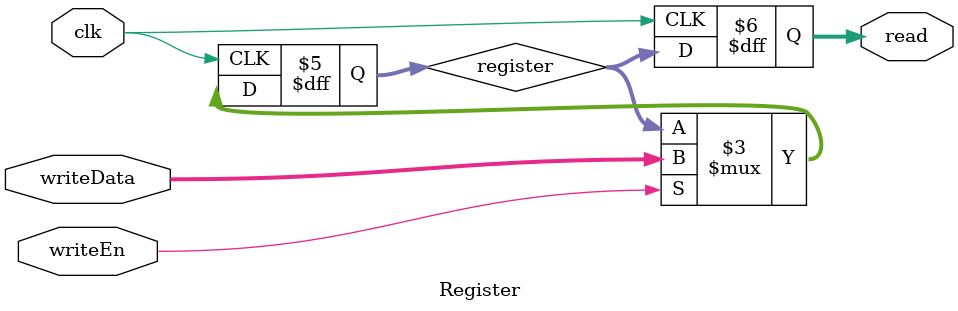
<source format=sv>
module Register #(parameter BITS = 64) (clk, writeData, writeEn, read);
    input wire [0:BITS-1] writeData;
    input wire writeEn, clk;
    output reg [0:BITS-1] read;
    
    reg [0:BITS-1] register;
    
    always @(posedge clk) begin
        read <= register;
    end
    
    always @(negedge clk) begin
        if (writeEn) begin
            register <= writeData;
        end
    end


endmodule
</source>
